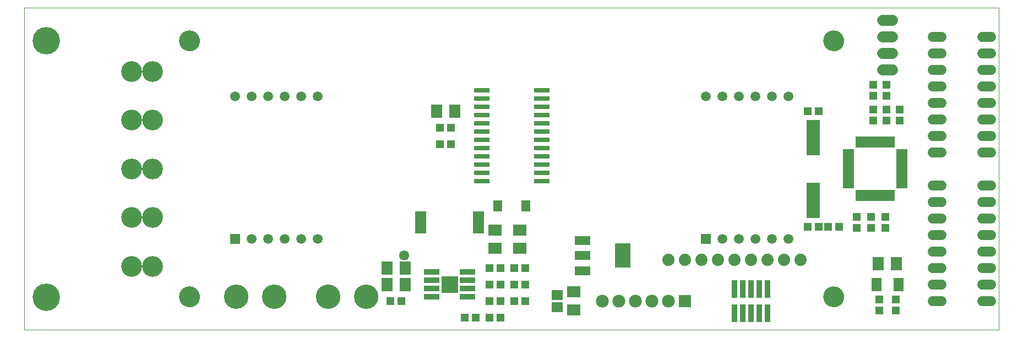
<source format=gbs>
G75*
G70*
%OFA0B0*%
%FSLAX24Y24*%
%IPPOS*%
%LPD*%
%AMOC8*
5,1,8,0,0,1.08239X$1,22.5*
%
%ADD10C,0.0000*%
%ADD11R,0.0595X0.0595*%
%ADD12C,0.0595*%
%ADD13C,0.1261*%
%ADD14R,0.0946X0.0316*%
%ADD15R,0.0474X0.0513*%
%ADD16R,0.0513X0.0474*%
%ADD17R,0.0336X0.1104*%
%ADD18R,0.0710X0.0198*%
%ADD19R,0.0198X0.0710*%
%ADD20C,0.0740*%
%ADD21R,0.0840X0.2180*%
%ADD22C,0.0674*%
%ADD23R,0.0631X0.0789*%
%ADD24R,0.0710X0.0789*%
%ADD25R,0.0950X0.0320*%
%ADD26R,0.0986X0.0986*%
%ADD27R,0.0710X0.1379*%
%ADD28R,0.0789X0.0710*%
%ADD29R,0.0960X0.0560*%
%ADD30R,0.0946X0.1497*%
%ADD31R,0.0671X0.0592*%
%ADD32R,0.0780X0.0780*%
%ADD33C,0.0780*%
%ADD34C,0.1661*%
%ADD35C,0.1480*%
%ADD36C,0.0600*%
%ADD37R,0.0580X0.0659*%
%ADD38C,0.0611*%
D10*
X000655Y000907D02*
X000655Y020407D01*
X059655Y020407D01*
X059655Y000907D01*
X000655Y000907D01*
X010064Y002907D02*
X010066Y002955D01*
X010072Y003003D01*
X010082Y003050D01*
X010095Y003096D01*
X010113Y003141D01*
X010133Y003185D01*
X010158Y003227D01*
X010186Y003266D01*
X010216Y003303D01*
X010250Y003337D01*
X010287Y003369D01*
X010325Y003398D01*
X010366Y003423D01*
X010409Y003445D01*
X010454Y003463D01*
X010500Y003477D01*
X010547Y003488D01*
X010595Y003495D01*
X010643Y003498D01*
X010691Y003497D01*
X010739Y003492D01*
X010787Y003483D01*
X010833Y003471D01*
X010878Y003454D01*
X010922Y003434D01*
X010964Y003411D01*
X011004Y003384D01*
X011042Y003354D01*
X011077Y003321D01*
X011109Y003285D01*
X011139Y003247D01*
X011165Y003206D01*
X011187Y003163D01*
X011207Y003119D01*
X011222Y003074D01*
X011234Y003027D01*
X011242Y002979D01*
X011246Y002931D01*
X011246Y002883D01*
X011242Y002835D01*
X011234Y002787D01*
X011222Y002740D01*
X011207Y002695D01*
X011187Y002651D01*
X011165Y002608D01*
X011139Y002567D01*
X011109Y002529D01*
X011077Y002493D01*
X011042Y002460D01*
X011004Y002430D01*
X010964Y002403D01*
X010922Y002380D01*
X010878Y002360D01*
X010833Y002343D01*
X010787Y002331D01*
X010739Y002322D01*
X010691Y002317D01*
X010643Y002316D01*
X010595Y002319D01*
X010547Y002326D01*
X010500Y002337D01*
X010454Y002351D01*
X010409Y002369D01*
X010366Y002391D01*
X010325Y002416D01*
X010287Y002445D01*
X010250Y002477D01*
X010216Y002511D01*
X010186Y002548D01*
X010158Y002587D01*
X010133Y002629D01*
X010113Y002673D01*
X010095Y002718D01*
X010082Y002764D01*
X010072Y002811D01*
X010066Y002859D01*
X010064Y002907D01*
X049064Y002907D02*
X049066Y002955D01*
X049072Y003003D01*
X049082Y003050D01*
X049095Y003096D01*
X049113Y003141D01*
X049133Y003185D01*
X049158Y003227D01*
X049186Y003266D01*
X049216Y003303D01*
X049250Y003337D01*
X049287Y003369D01*
X049325Y003398D01*
X049366Y003423D01*
X049409Y003445D01*
X049454Y003463D01*
X049500Y003477D01*
X049547Y003488D01*
X049595Y003495D01*
X049643Y003498D01*
X049691Y003497D01*
X049739Y003492D01*
X049787Y003483D01*
X049833Y003471D01*
X049878Y003454D01*
X049922Y003434D01*
X049964Y003411D01*
X050004Y003384D01*
X050042Y003354D01*
X050077Y003321D01*
X050109Y003285D01*
X050139Y003247D01*
X050165Y003206D01*
X050187Y003163D01*
X050207Y003119D01*
X050222Y003074D01*
X050234Y003027D01*
X050242Y002979D01*
X050246Y002931D01*
X050246Y002883D01*
X050242Y002835D01*
X050234Y002787D01*
X050222Y002740D01*
X050207Y002695D01*
X050187Y002651D01*
X050165Y002608D01*
X050139Y002567D01*
X050109Y002529D01*
X050077Y002493D01*
X050042Y002460D01*
X050004Y002430D01*
X049964Y002403D01*
X049922Y002380D01*
X049878Y002360D01*
X049833Y002343D01*
X049787Y002331D01*
X049739Y002322D01*
X049691Y002317D01*
X049643Y002316D01*
X049595Y002319D01*
X049547Y002326D01*
X049500Y002337D01*
X049454Y002351D01*
X049409Y002369D01*
X049366Y002391D01*
X049325Y002416D01*
X049287Y002445D01*
X049250Y002477D01*
X049216Y002511D01*
X049186Y002548D01*
X049158Y002587D01*
X049133Y002629D01*
X049113Y002673D01*
X049095Y002718D01*
X049082Y002764D01*
X049072Y002811D01*
X049066Y002859D01*
X049064Y002907D01*
X049064Y018407D02*
X049066Y018455D01*
X049072Y018503D01*
X049082Y018550D01*
X049095Y018596D01*
X049113Y018641D01*
X049133Y018685D01*
X049158Y018727D01*
X049186Y018766D01*
X049216Y018803D01*
X049250Y018837D01*
X049287Y018869D01*
X049325Y018898D01*
X049366Y018923D01*
X049409Y018945D01*
X049454Y018963D01*
X049500Y018977D01*
X049547Y018988D01*
X049595Y018995D01*
X049643Y018998D01*
X049691Y018997D01*
X049739Y018992D01*
X049787Y018983D01*
X049833Y018971D01*
X049878Y018954D01*
X049922Y018934D01*
X049964Y018911D01*
X050004Y018884D01*
X050042Y018854D01*
X050077Y018821D01*
X050109Y018785D01*
X050139Y018747D01*
X050165Y018706D01*
X050187Y018663D01*
X050207Y018619D01*
X050222Y018574D01*
X050234Y018527D01*
X050242Y018479D01*
X050246Y018431D01*
X050246Y018383D01*
X050242Y018335D01*
X050234Y018287D01*
X050222Y018240D01*
X050207Y018195D01*
X050187Y018151D01*
X050165Y018108D01*
X050139Y018067D01*
X050109Y018029D01*
X050077Y017993D01*
X050042Y017960D01*
X050004Y017930D01*
X049964Y017903D01*
X049922Y017880D01*
X049878Y017860D01*
X049833Y017843D01*
X049787Y017831D01*
X049739Y017822D01*
X049691Y017817D01*
X049643Y017816D01*
X049595Y017819D01*
X049547Y017826D01*
X049500Y017837D01*
X049454Y017851D01*
X049409Y017869D01*
X049366Y017891D01*
X049325Y017916D01*
X049287Y017945D01*
X049250Y017977D01*
X049216Y018011D01*
X049186Y018048D01*
X049158Y018087D01*
X049133Y018129D01*
X049113Y018173D01*
X049095Y018218D01*
X049082Y018264D01*
X049072Y018311D01*
X049066Y018359D01*
X049064Y018407D01*
X010064Y018407D02*
X010066Y018455D01*
X010072Y018503D01*
X010082Y018550D01*
X010095Y018596D01*
X010113Y018641D01*
X010133Y018685D01*
X010158Y018727D01*
X010186Y018766D01*
X010216Y018803D01*
X010250Y018837D01*
X010287Y018869D01*
X010325Y018898D01*
X010366Y018923D01*
X010409Y018945D01*
X010454Y018963D01*
X010500Y018977D01*
X010547Y018988D01*
X010595Y018995D01*
X010643Y018998D01*
X010691Y018997D01*
X010739Y018992D01*
X010787Y018983D01*
X010833Y018971D01*
X010878Y018954D01*
X010922Y018934D01*
X010964Y018911D01*
X011004Y018884D01*
X011042Y018854D01*
X011077Y018821D01*
X011109Y018785D01*
X011139Y018747D01*
X011165Y018706D01*
X011187Y018663D01*
X011207Y018619D01*
X011222Y018574D01*
X011234Y018527D01*
X011242Y018479D01*
X011246Y018431D01*
X011246Y018383D01*
X011242Y018335D01*
X011234Y018287D01*
X011222Y018240D01*
X011207Y018195D01*
X011187Y018151D01*
X011165Y018108D01*
X011139Y018067D01*
X011109Y018029D01*
X011077Y017993D01*
X011042Y017960D01*
X011004Y017930D01*
X010964Y017903D01*
X010922Y017880D01*
X010878Y017860D01*
X010833Y017843D01*
X010787Y017831D01*
X010739Y017822D01*
X010691Y017817D01*
X010643Y017816D01*
X010595Y017819D01*
X010547Y017826D01*
X010500Y017837D01*
X010454Y017851D01*
X010409Y017869D01*
X010366Y017891D01*
X010325Y017916D01*
X010287Y017945D01*
X010250Y017977D01*
X010216Y018011D01*
X010186Y018048D01*
X010158Y018087D01*
X010133Y018129D01*
X010113Y018173D01*
X010095Y018218D01*
X010082Y018264D01*
X010072Y018311D01*
X010066Y018359D01*
X010064Y018407D01*
D11*
X013405Y006407D03*
X041905Y006407D03*
D12*
X042905Y006407D03*
X043905Y006407D03*
X044929Y006407D03*
X045929Y006407D03*
X046929Y006407D03*
X046929Y015069D03*
X045929Y015069D03*
X044929Y015069D03*
X043905Y015069D03*
X042905Y015069D03*
X041905Y015069D03*
X018429Y015069D03*
X017429Y015069D03*
X016429Y015069D03*
X015405Y015069D03*
X014405Y015069D03*
X013405Y015069D03*
X014405Y006407D03*
X015405Y006407D03*
X016429Y006407D03*
X017429Y006407D03*
X018429Y006407D03*
D13*
X010655Y002907D03*
X008407Y004759D03*
X007155Y004759D03*
X007155Y007708D03*
X008407Y007708D03*
X008407Y010657D03*
X007155Y010657D03*
X007155Y013606D03*
X008407Y013606D03*
X008407Y016555D03*
X007155Y016555D03*
X010655Y018407D03*
X049655Y018407D03*
X049655Y002907D03*
D14*
X031966Y009907D03*
X031966Y010407D03*
X031966Y010907D03*
X031966Y011407D03*
X031966Y011907D03*
X031966Y012407D03*
X031966Y012907D03*
X031966Y013407D03*
X031966Y013907D03*
X031966Y014407D03*
X031966Y014907D03*
X031966Y015407D03*
X028344Y015407D03*
X028344Y014907D03*
X028344Y014407D03*
X028344Y013907D03*
X028344Y013407D03*
X028344Y012907D03*
X028344Y012407D03*
X028344Y011907D03*
X028344Y011407D03*
X028344Y010907D03*
X028344Y010407D03*
X028344Y009907D03*
D15*
X026490Y012157D03*
X025820Y012157D03*
X028820Y004657D03*
X029490Y004657D03*
X030320Y004657D03*
X030990Y004657D03*
X030990Y003657D03*
X030320Y003657D03*
X029490Y002657D03*
X028820Y002657D03*
X049320Y007157D03*
X049990Y007157D03*
X051030Y007072D03*
X051905Y007072D03*
X052780Y007072D03*
X052780Y007742D03*
X051905Y007742D03*
X051030Y007742D03*
X052030Y013572D03*
X052843Y013572D03*
X053655Y013572D03*
X053655Y014242D03*
X052843Y014242D03*
X052030Y014242D03*
D16*
X052030Y015072D03*
X052843Y015072D03*
X052843Y015742D03*
X052030Y015742D03*
X048740Y014157D03*
X048070Y014157D03*
X048070Y007157D03*
X048740Y007157D03*
X052405Y002742D03*
X053405Y002742D03*
X053405Y002072D03*
X052405Y002072D03*
X030990Y002657D03*
X030320Y002657D03*
X029490Y001657D03*
X028820Y001657D03*
X027990Y001657D03*
X027320Y001657D03*
X023490Y002657D03*
X022820Y002657D03*
X028820Y003657D03*
X029490Y003657D03*
X026490Y013157D03*
X025820Y013157D03*
D17*
X043655Y003385D03*
X044155Y003385D03*
X044655Y003385D03*
X045155Y003385D03*
X045655Y003385D03*
X045655Y001929D03*
X045155Y001929D03*
X044655Y001929D03*
X044155Y001929D03*
X043655Y001929D03*
D18*
X050541Y009574D03*
X050541Y009771D03*
X050541Y009968D03*
X050541Y010165D03*
X050541Y010362D03*
X050541Y010559D03*
X050541Y010756D03*
X050541Y010952D03*
X050541Y011149D03*
X050541Y011346D03*
X050541Y011543D03*
X050541Y011740D03*
X053769Y011740D03*
X053769Y011543D03*
X053769Y011346D03*
X053769Y011149D03*
X053769Y010952D03*
X053769Y010756D03*
X053769Y010559D03*
X053769Y010362D03*
X053769Y010165D03*
X053769Y009968D03*
X053769Y009771D03*
X053769Y009574D03*
D19*
X053238Y009043D03*
X053041Y009043D03*
X052844Y009043D03*
X052647Y009043D03*
X052450Y009043D03*
X052254Y009043D03*
X052057Y009043D03*
X051860Y009043D03*
X051663Y009043D03*
X051466Y009043D03*
X051269Y009043D03*
X051072Y009043D03*
X051072Y012271D03*
X051269Y012271D03*
X051466Y012271D03*
X051663Y012271D03*
X051860Y012271D03*
X052057Y012271D03*
X052254Y012271D03*
X052450Y012271D03*
X052647Y012271D03*
X052844Y012271D03*
X053041Y012271D03*
X053238Y012271D03*
D20*
X047655Y005157D03*
X046655Y005157D03*
X045655Y005157D03*
X044655Y005157D03*
X043655Y005157D03*
X042655Y005157D03*
X041655Y005157D03*
X040655Y005157D03*
X039655Y005157D03*
D21*
X048405Y008757D03*
X048405Y012557D03*
D22*
X052608Y016657D02*
X053202Y016657D01*
X053202Y017657D02*
X052608Y017657D01*
X052608Y018657D02*
X053202Y018657D01*
X053202Y019657D02*
X052608Y019657D01*
D23*
X052236Y003657D03*
X053574Y003657D03*
D24*
X053456Y004907D03*
X052354Y004907D03*
X026706Y014157D03*
X025604Y014157D03*
X023706Y004657D03*
X022604Y004657D03*
X022604Y003657D03*
X023706Y003657D03*
D25*
X025322Y003407D03*
X025322Y002907D03*
X027488Y002907D03*
X027488Y003407D03*
X027488Y003907D03*
X027488Y004407D03*
X025322Y004407D03*
X025322Y003907D03*
D26*
X026405Y003657D03*
D27*
X024653Y007407D03*
X028157Y007407D03*
D28*
X029155Y006958D03*
X030655Y006958D03*
X030655Y005856D03*
X029155Y005856D03*
X033905Y003208D03*
X033905Y002106D03*
D29*
X034435Y004497D03*
X034435Y005407D03*
X034435Y006317D03*
D30*
X036875Y005407D03*
D31*
X032905Y003031D03*
X032905Y002283D03*
D32*
X040655Y002657D03*
D33*
X039655Y002657D03*
X038655Y002657D03*
X037655Y002657D03*
X036655Y002657D03*
X035655Y002657D03*
D34*
X001986Y002889D03*
X001986Y018425D03*
D35*
X013468Y002907D03*
X015768Y002907D03*
X019042Y002907D03*
X021342Y002907D03*
D36*
X055645Y002657D02*
X056165Y002657D01*
X058645Y002657D02*
X059165Y002657D01*
X059165Y003657D02*
X058645Y003657D01*
X058645Y004657D02*
X059165Y004657D01*
X059165Y005657D02*
X058645Y005657D01*
X056165Y005657D02*
X055645Y005657D01*
X055645Y004657D02*
X056165Y004657D01*
X056165Y003657D02*
X055645Y003657D01*
X055645Y006657D02*
X056165Y006657D01*
X056165Y007657D02*
X055645Y007657D01*
X055645Y008657D02*
X056165Y008657D01*
X058645Y008657D02*
X059165Y008657D01*
X059165Y007657D02*
X058645Y007657D01*
X058645Y006657D02*
X059165Y006657D01*
X059165Y009657D02*
X058645Y009657D01*
X056165Y009657D02*
X055645Y009657D01*
X055645Y011657D02*
X056165Y011657D01*
X058645Y011657D02*
X059165Y011657D01*
X059165Y012657D02*
X058645Y012657D01*
X056165Y012657D02*
X055645Y012657D01*
X055645Y013657D02*
X056165Y013657D01*
X056165Y014657D02*
X055645Y014657D01*
X055645Y015657D02*
X056165Y015657D01*
X058645Y015657D02*
X059165Y015657D01*
X059165Y014657D02*
X058645Y014657D01*
X058645Y013657D02*
X059165Y013657D01*
X059165Y016657D02*
X058645Y016657D01*
X058645Y017657D02*
X059165Y017657D01*
X059165Y018657D02*
X058645Y018657D01*
X056165Y018657D02*
X055645Y018657D01*
X055645Y017657D02*
X056165Y017657D01*
X056165Y016657D02*
X055645Y016657D01*
D37*
X031002Y008407D03*
X029309Y008407D03*
D38*
X023655Y005407D03*
M02*

</source>
